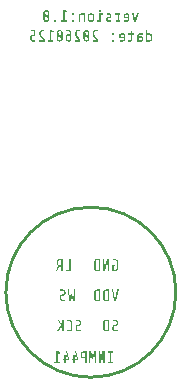
<source format=gbr>
%TF.GenerationSoftware,KiCad,Pcbnew,9.0.6*%
%TF.CreationDate,2026-01-25T13:50:41+09:00*%
%TF.ProjectId,xiaozhi-with-ken-interface,7869616f-7a68-4692-9d77-6974682d6b65,rev?*%
%TF.SameCoordinates,Original*%
%TF.FileFunction,Legend,Bot*%
%TF.FilePolarity,Positive*%
%FSLAX46Y46*%
G04 Gerber Fmt 4.6, Leading zero omitted, Abs format (unit mm)*
G04 Created by KiCad (PCBNEW 9.0.6) date 2026-01-25 13:50:41*
%MOMM*%
%LPD*%
G01*
G04 APERTURE LIST*
%ADD10C,0.150000*%
%ADD11C,0.203200*%
%ADD12C,0.254000*%
G04 APERTURE END LIST*
D10*
G36*
X87884016Y-42055000D02*
G01*
X87755178Y-42055000D01*
X87591414Y-42658401D01*
X87431801Y-42055000D01*
X87307176Y-42055000D01*
X87508798Y-42755000D01*
X87680990Y-42755000D01*
X87884016Y-42055000D01*
G37*
G36*
X86924305Y-42058989D02*
G01*
X86971716Y-42069747D01*
X87007860Y-42085917D01*
X87035028Y-42106840D01*
X87055924Y-42133976D01*
X87072075Y-42170087D01*
X87082822Y-42217468D01*
X87086808Y-42278970D01*
X87086808Y-42531029D01*
X87082497Y-42591235D01*
X87070775Y-42638202D01*
X87052921Y-42674595D01*
X87029411Y-42702487D01*
X86999609Y-42723819D01*
X86961039Y-42740210D01*
X86911618Y-42751024D01*
X86848793Y-42755000D01*
X86640210Y-42755000D01*
X86640210Y-42649975D01*
X86862776Y-42649975D01*
X86910231Y-42643437D01*
X86941239Y-42626222D01*
X86955667Y-42608726D01*
X86964602Y-42586765D01*
X86967800Y-42558995D01*
X86967800Y-42453970D01*
X86595391Y-42453970D01*
X86595391Y-42272009D01*
X86598006Y-42243982D01*
X86711590Y-42243982D01*
X86711590Y-42349007D01*
X86967800Y-42349007D01*
X86967800Y-42251004D01*
X86962215Y-42209942D01*
X86947528Y-42183105D01*
X86932265Y-42171137D01*
X86909614Y-42163104D01*
X86876820Y-42160024D01*
X86795609Y-42160024D01*
X86762061Y-42166097D01*
X86735403Y-42183838D01*
X86717665Y-42210444D01*
X86711590Y-42243982D01*
X86598006Y-42243982D01*
X86601845Y-42202829D01*
X86619379Y-42150198D01*
X86646499Y-42110321D01*
X86684055Y-42080636D01*
X86733053Y-42061845D01*
X86797014Y-42055000D01*
X86862776Y-42055000D01*
X86924305Y-42058989D01*
G37*
G36*
X86220967Y-42649975D02*
G01*
X86220967Y-42160024D01*
X86323183Y-42160024D01*
X86323183Y-42055000D01*
X86108982Y-42055000D01*
X86108982Y-42092796D01*
X86076452Y-42072004D01*
X86039521Y-42059377D01*
X85996996Y-42055000D01*
X85852771Y-42055000D01*
X85852771Y-42166985D01*
X86010979Y-42166985D01*
X86039478Y-42170466D01*
X86061352Y-42180112D01*
X86078207Y-42195683D01*
X86095682Y-42225349D01*
X86102021Y-42253813D01*
X86102021Y-42649975D01*
X85949369Y-42649975D01*
X85949369Y-42755000D01*
X86323183Y-42755000D01*
X86323183Y-42649975D01*
X86220967Y-42649975D01*
G37*
G36*
X85117172Y-42580000D02*
G01*
X85123785Y-42636265D01*
X85141987Y-42679034D01*
X85171089Y-42711585D01*
X85209446Y-42734455D01*
X85260294Y-42749448D01*
X85327221Y-42755000D01*
X85535805Y-42755000D01*
X85535805Y-42649975D01*
X85313177Y-42649975D01*
X85278428Y-42645525D01*
X85255780Y-42633916D01*
X85241334Y-42614730D01*
X85236180Y-42587021D01*
X85236180Y-42512772D01*
X85240380Y-42483908D01*
X85251452Y-42465327D01*
X85269254Y-42454035D01*
X85296386Y-42449818D01*
X85348226Y-42449818D01*
X85412254Y-42444297D01*
X85459693Y-42429524D01*
X85494467Y-42407137D01*
X85520060Y-42375357D01*
X85536612Y-42331638D01*
X85542766Y-42272009D01*
X85542766Y-42231404D01*
X85536032Y-42171306D01*
X85517899Y-42127694D01*
X85489582Y-42096338D01*
X85451827Y-42074708D01*
X85400853Y-42060358D01*
X85332778Y-42055000D01*
X85145199Y-42055000D01*
X85145199Y-42160024D01*
X85346822Y-42160024D01*
X85379318Y-42164350D01*
X85402814Y-42176144D01*
X85418353Y-42195409D01*
X85423819Y-42222978D01*
X85423819Y-42273414D01*
X85418746Y-42302287D01*
X85404952Y-42321041D01*
X85383977Y-42332394D01*
X85356591Y-42336428D01*
X85309025Y-42336428D01*
X85248055Y-42342160D01*
X85201551Y-42357753D01*
X85166204Y-42381919D01*
X85139953Y-42415353D01*
X85123270Y-42459291D01*
X85117172Y-42516985D01*
X85117172Y-42580000D01*
G37*
G36*
X84509008Y-41774975D02*
G01*
X84509008Y-41901004D01*
X84641998Y-41901004D01*
X84641998Y-41774975D01*
X84509008Y-41774975D01*
G37*
G36*
X84840812Y-42160024D02*
G01*
X84840812Y-42055000D01*
X84515969Y-42055000D01*
X84515969Y-42649975D01*
X84308790Y-42649975D01*
X84308790Y-42755000D01*
X84634976Y-42755000D01*
X84634976Y-42160024D01*
X84840812Y-42160024D01*
G37*
G36*
X83905330Y-42058993D02*
G01*
X83954439Y-42069898D01*
X83993119Y-42086511D01*
X84023331Y-42108244D01*
X84047227Y-42136504D01*
X84065282Y-42172981D01*
X84077078Y-42219629D01*
X84081400Y-42278970D01*
X84081400Y-42531029D01*
X84077079Y-42590368D01*
X84065284Y-42637028D01*
X84047229Y-42673527D01*
X84023331Y-42701816D01*
X83993124Y-42723522D01*
X83954445Y-42740116D01*
X83905335Y-42751010D01*
X83843385Y-42755000D01*
X83797223Y-42755000D01*
X83735270Y-42751009D01*
X83686173Y-42740114D01*
X83647516Y-42723520D01*
X83617338Y-42701816D01*
X83593412Y-42673523D01*
X83575338Y-42637022D01*
X83563533Y-42590363D01*
X83559208Y-42531029D01*
X83559208Y-42278970D01*
X83561247Y-42251004D01*
X83678216Y-42251004D01*
X83678216Y-42558995D01*
X83681420Y-42586761D01*
X83690374Y-42608721D01*
X83704838Y-42626222D01*
X83735787Y-42643437D01*
X83783179Y-42649975D01*
X83857368Y-42649975D01*
X83904823Y-42643437D01*
X83935831Y-42626222D01*
X83950259Y-42608726D01*
X83959194Y-42586765D01*
X83962392Y-42558995D01*
X83962392Y-42251004D01*
X83959192Y-42223235D01*
X83950256Y-42201297D01*
X83935831Y-42183838D01*
X83904817Y-42166577D01*
X83857368Y-42160024D01*
X83783179Y-42160024D01*
X83735793Y-42166577D01*
X83704838Y-42183838D01*
X83690377Y-42201302D01*
X83681422Y-42223240D01*
X83678216Y-42251004D01*
X83561247Y-42251004D01*
X83563534Y-42219634D01*
X83575341Y-42172988D01*
X83593414Y-42136509D01*
X83617338Y-42108244D01*
X83647521Y-42086513D01*
X83686179Y-42069900D01*
X83735275Y-42058994D01*
X83797223Y-42055000D01*
X83843385Y-42055000D01*
X83905330Y-42058993D01*
G37*
G36*
X83208598Y-42055000D02*
G01*
X83208598Y-42088583D01*
X83178026Y-42070435D01*
X83141215Y-42059052D01*
X83096612Y-42055000D01*
X83032193Y-42055000D01*
X82974863Y-42058931D01*
X82929003Y-42069727D01*
X82892467Y-42086313D01*
X82863544Y-42108244D01*
X82840900Y-42136309D01*
X82823677Y-42172696D01*
X82812374Y-42219404D01*
X82808223Y-42278970D01*
X82808223Y-42755000D01*
X82927169Y-42755000D01*
X82927169Y-42251004D01*
X82933616Y-42212547D01*
X82951715Y-42184509D01*
X82979748Y-42166457D01*
X83018210Y-42160024D01*
X83110595Y-42160024D01*
X83140418Y-42163111D01*
X83162685Y-42171478D01*
X83179228Y-42184509D01*
X83196228Y-42210449D01*
X83201576Y-42237021D01*
X83201576Y-42755000D01*
X83320583Y-42755000D01*
X83320583Y-42055000D01*
X83208598Y-42055000D01*
G37*
G36*
X82239198Y-42055000D02*
G01*
X82239198Y-42195012D01*
X82379210Y-42195012D01*
X82379210Y-42055000D01*
X82239198Y-42055000D01*
G37*
G36*
X82239198Y-42614987D02*
G01*
X82239198Y-42755000D01*
X82379210Y-42755000D01*
X82379210Y-42614987D01*
X82239198Y-42614987D01*
G37*
G36*
X81591771Y-42649975D02*
G01*
X81591771Y-41885617D01*
X81789180Y-41958401D01*
X81789180Y-41845012D01*
X81605815Y-41774975D01*
X81472825Y-41774975D01*
X81472825Y-42649975D01*
X81320173Y-42649975D01*
X81320173Y-42755000D01*
X81775198Y-42755000D01*
X81775198Y-42649975D01*
X81591771Y-42649975D01*
G37*
G36*
X80728800Y-42614987D02*
G01*
X80728800Y-42755000D01*
X80868812Y-42755000D01*
X80868812Y-42614987D01*
X80728800Y-42614987D01*
G37*
G36*
X80111903Y-41779147D02*
G01*
X80157772Y-41790922D01*
X80196698Y-41809622D01*
X80229812Y-41835181D01*
X80256229Y-41867077D01*
X80275800Y-41906237D01*
X80288321Y-41954201D01*
X80292827Y-42012990D01*
X80292827Y-42516985D01*
X80288314Y-42574932D01*
X80275724Y-42622577D01*
X80255952Y-42661825D01*
X80229140Y-42694122D01*
X80195620Y-42720076D01*
X80156617Y-42738975D01*
X80111079Y-42750819D01*
X80057621Y-42755000D01*
X80029594Y-42755000D01*
X79976135Y-42750819D01*
X79930607Y-42738973D01*
X79891626Y-42720074D01*
X79858135Y-42694122D01*
X79831295Y-42661821D01*
X79811505Y-42622571D01*
X79798904Y-42574928D01*
X79796463Y-42543607D01*
X79913395Y-42543607D01*
X79917036Y-42571168D01*
X79927813Y-42595860D01*
X79946307Y-42618529D01*
X79969881Y-42635832D01*
X79997275Y-42646320D01*
X80029594Y-42649975D01*
X80057621Y-42649975D01*
X80089939Y-42646320D01*
X80117334Y-42635832D01*
X80140908Y-42618529D01*
X80159402Y-42595860D01*
X80170179Y-42571168D01*
X80173819Y-42543607D01*
X79913395Y-42165580D01*
X79913395Y-42543607D01*
X79796463Y-42543607D01*
X79794388Y-42516985D01*
X79794388Y-42012990D01*
X79796424Y-41986428D01*
X79913395Y-41986428D01*
X80173819Y-42365799D01*
X80173819Y-41986428D01*
X80170179Y-41958867D01*
X80159402Y-41934176D01*
X80140908Y-41911507D01*
X80117329Y-41894168D01*
X80089935Y-41883661D01*
X80057621Y-41880000D01*
X80029594Y-41880000D01*
X79997280Y-41883661D01*
X79969885Y-41894168D01*
X79946307Y-41911507D01*
X79927813Y-41934176D01*
X79917036Y-41958867D01*
X79913395Y-41986428D01*
X79796424Y-41986428D01*
X79798894Y-41954201D01*
X79811415Y-41906237D01*
X79830986Y-41867077D01*
X79857403Y-41835181D01*
X79890516Y-41809622D01*
X79929443Y-41790922D01*
X79975311Y-41779147D01*
X80029594Y-41774975D01*
X80057621Y-41774975D01*
X80111903Y-41779147D01*
G37*
G36*
X88588413Y-43735000D02*
G01*
X88750774Y-43735000D01*
X88812719Y-43738993D01*
X88861828Y-43749898D01*
X88900508Y-43766511D01*
X88930720Y-43788244D01*
X88954616Y-43816504D01*
X88972671Y-43852981D01*
X88984467Y-43899629D01*
X88988789Y-43958970D01*
X88988789Y-44211029D01*
X88984478Y-44271235D01*
X88972756Y-44318202D01*
X88954902Y-44354595D01*
X88931392Y-44382487D01*
X88901590Y-44403819D01*
X88863020Y-44420210D01*
X88813598Y-44431024D01*
X88750774Y-44435000D01*
X88693377Y-44435000D01*
X88650544Y-44431210D01*
X88613585Y-44420373D01*
X88581392Y-44402821D01*
X88581392Y-44435000D01*
X88469406Y-44435000D01*
X88469406Y-44252978D01*
X88588413Y-44252978D01*
X88593774Y-44279546D01*
X88610823Y-44305490D01*
X88627329Y-44318518D01*
X88649572Y-44326886D01*
X88679394Y-44329975D01*
X88764818Y-44329975D01*
X88812220Y-44323439D01*
X88843220Y-44306222D01*
X88857648Y-44288726D01*
X88866583Y-44266765D01*
X88869781Y-44238995D01*
X88869781Y-43931004D01*
X88866581Y-43903235D01*
X88857645Y-43881297D01*
X88843220Y-43863838D01*
X88812214Y-43846575D01*
X88764818Y-43840024D01*
X88588413Y-43840024D01*
X88588413Y-44252978D01*
X88469406Y-44252978D01*
X88469406Y-43454975D01*
X88588413Y-43454975D01*
X88588413Y-43735000D01*
G37*
G36*
X88201411Y-43840024D02*
G01*
X87984401Y-43840024D01*
X87937005Y-43846575D01*
X87905999Y-43863838D01*
X87891537Y-43881302D01*
X87882583Y-43903240D01*
X87879376Y-43931004D01*
X87879376Y-44000980D01*
X88052972Y-44000980D01*
X88118349Y-44007646D01*
X88167869Y-44025803D01*
X88205289Y-44054174D01*
X88232818Y-44093575D01*
X88250750Y-44146755D01*
X88257403Y-44217990D01*
X88257403Y-44246017D01*
X88251003Y-44313355D01*
X88234230Y-44360301D01*
X88209104Y-44392318D01*
X88174191Y-44414403D01*
X88124292Y-44429319D01*
X88054376Y-44435000D01*
X87929813Y-44435000D01*
X87896377Y-44430247D01*
X87868363Y-44416457D01*
X87844389Y-44392990D01*
X87827383Y-44410537D01*
X87807325Y-44423825D01*
X87785714Y-44432415D01*
X87767391Y-44435000D01*
X87690394Y-44435000D01*
X87690394Y-44336997D01*
X87725164Y-44333875D01*
X87744310Y-44326495D01*
X87756255Y-44313559D01*
X87760369Y-44294987D01*
X87760369Y-44260000D01*
X87879376Y-44260000D01*
X87882414Y-44288982D01*
X87890612Y-44310375D01*
X87907223Y-44324178D01*
X87943796Y-44329975D01*
X88068420Y-44329975D01*
X88101413Y-44325285D01*
X88121604Y-44313183D01*
X88133706Y-44292992D01*
X88138396Y-44260000D01*
X88138396Y-44190024D01*
X88132318Y-44156433D01*
X88114582Y-44129818D01*
X88087925Y-44112078D01*
X88054376Y-44106004D01*
X87879376Y-44106004D01*
X87879376Y-44260000D01*
X87760369Y-44260000D01*
X87760369Y-43958970D01*
X87764694Y-43899634D01*
X87776502Y-43852988D01*
X87794575Y-43816509D01*
X87818499Y-43788244D01*
X87848681Y-43766513D01*
X87887340Y-43749900D01*
X87936436Y-43738994D01*
X87998384Y-43735000D01*
X88201411Y-43735000D01*
X88201411Y-43840024D01*
G37*
G36*
X87166187Y-44435000D02*
G01*
X87211607Y-44429463D01*
X87247245Y-44413987D01*
X87275425Y-44388838D01*
X87295813Y-44356098D01*
X87308636Y-44316117D01*
X87313222Y-44267021D01*
X87313222Y-43840024D01*
X87446212Y-43840024D01*
X87446212Y-43735000D01*
X87313222Y-43735000D01*
X87313222Y-43567021D01*
X87194214Y-43567021D01*
X87194214Y-43735000D01*
X86989783Y-43735000D01*
X86989783Y-43840024D01*
X87194214Y-43840024D01*
X87194214Y-44273982D01*
X87189895Y-44301531D01*
X87178827Y-44317397D01*
X87160699Y-44326416D01*
X87131200Y-44329975D01*
X86989783Y-44329975D01*
X86989783Y-44435000D01*
X87166187Y-44435000D01*
G37*
G36*
X86546706Y-43738989D02*
G01*
X86594117Y-43749747D01*
X86630261Y-43765917D01*
X86657430Y-43786840D01*
X86678326Y-43813976D01*
X86694476Y-43850087D01*
X86705223Y-43897468D01*
X86709209Y-43958970D01*
X86709209Y-44211029D01*
X86704898Y-44271235D01*
X86693176Y-44318202D01*
X86675323Y-44354595D01*
X86651812Y-44382487D01*
X86622010Y-44403819D01*
X86583440Y-44420210D01*
X86534019Y-44431024D01*
X86471194Y-44435000D01*
X86262611Y-44435000D01*
X86262611Y-44329975D01*
X86485177Y-44329975D01*
X86532633Y-44323437D01*
X86563640Y-44306222D01*
X86578068Y-44288726D01*
X86587003Y-44266765D01*
X86590202Y-44238995D01*
X86590202Y-44133970D01*
X86217792Y-44133970D01*
X86217792Y-43952009D01*
X86220407Y-43923982D01*
X86333991Y-43923982D01*
X86333991Y-44029007D01*
X86590202Y-44029007D01*
X86590202Y-43931004D01*
X86584616Y-43889942D01*
X86569930Y-43863105D01*
X86554666Y-43851137D01*
X86532015Y-43843104D01*
X86499221Y-43840024D01*
X86418010Y-43840024D01*
X86384462Y-43846097D01*
X86357805Y-43863838D01*
X86340066Y-43890444D01*
X86333991Y-43923982D01*
X86220407Y-43923982D01*
X86224247Y-43882829D01*
X86241780Y-43830198D01*
X86268900Y-43790321D01*
X86306456Y-43760636D01*
X86355455Y-43741845D01*
X86419415Y-43735000D01*
X86485177Y-43735000D01*
X86546706Y-43738989D01*
G37*
G36*
X85637594Y-43735000D02*
G01*
X85637594Y-43875012D01*
X85777606Y-43875012D01*
X85777606Y-43735000D01*
X85637594Y-43735000D01*
G37*
G36*
X85637594Y-44294987D02*
G01*
X85637594Y-44435000D01*
X85777606Y-44435000D01*
X85777606Y-44294987D01*
X85637594Y-44294987D01*
G37*
G36*
X84204193Y-43992615D02*
G01*
X84143316Y-43900901D01*
X84129696Y-43873080D01*
X84121639Y-43845642D01*
X84117655Y-43814463D01*
X84116022Y-43764370D01*
X84116022Y-43666428D01*
X84119610Y-43638844D01*
X84130174Y-43614404D01*
X84148201Y-43592240D01*
X84171310Y-43575391D01*
X84198897Y-43565049D01*
X84232220Y-43561404D01*
X84400198Y-43561404D01*
X84400198Y-43454975D01*
X84246203Y-43454975D01*
X84184978Y-43459252D01*
X84134633Y-43471147D01*
X84093248Y-43489684D01*
X84059296Y-43514509D01*
X84032000Y-43546191D01*
X84011799Y-43585338D01*
X83998867Y-43633559D01*
X83994206Y-43692990D01*
X83994206Y-43751791D01*
X83996963Y-43818510D01*
X84004036Y-43865242D01*
X84016177Y-43906893D01*
X84032002Y-43942240D01*
X84092208Y-44036029D01*
X84299387Y-44328571D01*
X83966179Y-44328571D01*
X83966179Y-44435000D01*
X84428225Y-44435000D01*
X84428225Y-44311779D01*
X84204193Y-43992615D01*
G37*
G36*
X83510299Y-43459147D02*
G01*
X83556168Y-43470922D01*
X83595094Y-43489622D01*
X83628208Y-43515181D01*
X83654625Y-43547077D01*
X83674196Y-43586237D01*
X83686717Y-43634201D01*
X83691222Y-43692990D01*
X83691222Y-44196985D01*
X83686709Y-44254932D01*
X83674119Y-44302577D01*
X83654348Y-44341825D01*
X83627536Y-44374122D01*
X83594016Y-44400076D01*
X83555013Y-44418975D01*
X83509474Y-44430819D01*
X83456016Y-44435000D01*
X83427990Y-44435000D01*
X83374530Y-44430819D01*
X83329003Y-44418973D01*
X83290022Y-44400074D01*
X83256531Y-44374122D01*
X83229691Y-44341821D01*
X83209901Y-44302571D01*
X83197300Y-44254928D01*
X83194859Y-44223607D01*
X83311791Y-44223607D01*
X83315432Y-44251168D01*
X83326208Y-44275860D01*
X83344703Y-44298529D01*
X83368277Y-44315832D01*
X83395671Y-44326320D01*
X83427990Y-44329975D01*
X83456016Y-44329975D01*
X83488335Y-44326320D01*
X83515729Y-44315832D01*
X83539303Y-44298529D01*
X83557798Y-44275860D01*
X83568574Y-44251168D01*
X83572215Y-44223607D01*
X83311791Y-43845580D01*
X83311791Y-44223607D01*
X83194859Y-44223607D01*
X83192784Y-44196985D01*
X83192784Y-43692990D01*
X83194819Y-43666428D01*
X83311791Y-43666428D01*
X83572215Y-44045799D01*
X83572215Y-43666428D01*
X83568574Y-43638867D01*
X83557798Y-43614176D01*
X83539303Y-43591507D01*
X83515725Y-43574168D01*
X83488331Y-43563661D01*
X83456016Y-43560000D01*
X83427990Y-43560000D01*
X83395675Y-43563661D01*
X83368281Y-43574168D01*
X83344703Y-43591507D01*
X83326208Y-43614176D01*
X83315432Y-43638867D01*
X83311791Y-43666428D01*
X83194819Y-43666428D01*
X83197289Y-43634201D01*
X83209810Y-43586237D01*
X83229381Y-43547077D01*
X83255798Y-43515181D01*
X83288912Y-43489622D01*
X83327838Y-43470922D01*
X83373707Y-43459147D01*
X83427990Y-43454975D01*
X83456016Y-43454975D01*
X83510299Y-43459147D01*
G37*
G36*
X82693796Y-43992615D02*
G01*
X82632918Y-43900901D01*
X82619298Y-43873080D01*
X82611241Y-43845642D01*
X82607258Y-43814463D01*
X82605624Y-43764370D01*
X82605624Y-43666428D01*
X82609212Y-43638844D01*
X82619777Y-43614404D01*
X82637803Y-43592240D01*
X82660912Y-43575391D01*
X82688499Y-43565049D01*
X82721822Y-43561404D01*
X82889800Y-43561404D01*
X82889800Y-43454975D01*
X82735805Y-43454975D01*
X82674580Y-43459252D01*
X82624235Y-43471147D01*
X82582851Y-43489684D01*
X82548898Y-43514509D01*
X82521602Y-43546191D01*
X82501401Y-43585338D01*
X82488469Y-43633559D01*
X82483808Y-43692990D01*
X82483808Y-43751791D01*
X82486565Y-43818510D01*
X82493639Y-43865242D01*
X82505779Y-43906893D01*
X82521604Y-43942240D01*
X82581810Y-44036029D01*
X82788989Y-44328571D01*
X82455781Y-44328571D01*
X82455781Y-44435000D01*
X82917827Y-44435000D01*
X82917827Y-44311779D01*
X82693796Y-43992615D01*
G37*
G36*
X81985884Y-43459274D02*
G01*
X82035955Y-43471199D01*
X82076834Y-43489734D01*
X82110116Y-43514509D01*
X82136761Y-43546096D01*
X82156538Y-43585203D01*
X82169225Y-43633455D01*
X82173803Y-43692990D01*
X82173803Y-44196985D01*
X82169361Y-44254191D01*
X82156935Y-44301532D01*
X82137369Y-44340809D01*
X82110788Y-44373389D01*
X82065577Y-44407408D01*
X82013524Y-44427894D01*
X81952580Y-44435000D01*
X81903609Y-44435000D01*
X81842665Y-44427894D01*
X81790611Y-44407408D01*
X81745401Y-44373389D01*
X81718819Y-44340809D01*
X81699253Y-44301532D01*
X81686828Y-44254191D01*
X81682386Y-44196985D01*
X81682386Y-44042990D01*
X81684299Y-44016428D01*
X81801393Y-44016428D01*
X81801393Y-44223607D01*
X81804757Y-44252304D01*
X81814517Y-44277202D01*
X81830825Y-44299200D01*
X81852180Y-44315976D01*
X81878316Y-44326307D01*
X81910631Y-44329975D01*
X81945619Y-44329975D01*
X81977894Y-44326310D01*
X82004034Y-44315981D01*
X82025425Y-44299200D01*
X82041696Y-44277207D01*
X82051438Y-44252308D01*
X82054795Y-44223607D01*
X82054795Y-43923982D01*
X81903609Y-43923982D01*
X81870856Y-43927084D01*
X81846026Y-43935502D01*
X81827283Y-43948529D01*
X81808205Y-43976871D01*
X81801393Y-44016428D01*
X81684299Y-44016428D01*
X81686667Y-43983559D01*
X81698345Y-43936878D01*
X81716197Y-43900415D01*
X81739783Y-43872203D01*
X81769655Y-43850474D01*
X81807884Y-43833885D01*
X81856402Y-43823003D01*
X81917592Y-43819019D01*
X82054795Y-43819019D01*
X82054795Y-43666428D01*
X82051207Y-43638844D01*
X82040643Y-43614404D01*
X82022616Y-43592240D01*
X81999471Y-43575386D01*
X81971880Y-43565046D01*
X81938597Y-43561404D01*
X81749614Y-43561404D01*
X81749614Y-43454975D01*
X81924614Y-43454975D01*
X81985884Y-43459274D01*
G37*
G36*
X81244702Y-43459147D02*
G01*
X81290571Y-43470922D01*
X81329497Y-43489622D01*
X81362611Y-43515181D01*
X81389028Y-43547077D01*
X81408599Y-43586237D01*
X81421120Y-43634201D01*
X81425626Y-43692990D01*
X81425626Y-44196985D01*
X81421113Y-44254932D01*
X81408523Y-44302577D01*
X81388751Y-44341825D01*
X81361939Y-44374122D01*
X81328419Y-44400076D01*
X81289416Y-44418975D01*
X81243878Y-44430819D01*
X81190420Y-44435000D01*
X81162393Y-44435000D01*
X81108934Y-44430819D01*
X81063406Y-44418973D01*
X81024425Y-44400074D01*
X80990934Y-44374122D01*
X80964094Y-44341821D01*
X80944304Y-44302571D01*
X80931703Y-44254928D01*
X80929262Y-44223607D01*
X81046194Y-44223607D01*
X81049835Y-44251168D01*
X81060612Y-44275860D01*
X81079106Y-44298529D01*
X81102680Y-44315832D01*
X81130074Y-44326320D01*
X81162393Y-44329975D01*
X81190420Y-44329975D01*
X81222738Y-44326320D01*
X81250133Y-44315832D01*
X81273707Y-44298529D01*
X81292201Y-44275860D01*
X81302978Y-44251168D01*
X81306618Y-44223607D01*
X81046194Y-43845580D01*
X81046194Y-44223607D01*
X80929262Y-44223607D01*
X80927187Y-44196985D01*
X80927187Y-43692990D01*
X80929223Y-43666428D01*
X81046194Y-43666428D01*
X81306618Y-44045799D01*
X81306618Y-43666428D01*
X81302978Y-43638867D01*
X81292201Y-43614176D01*
X81273707Y-43591507D01*
X81250128Y-43574168D01*
X81222734Y-43563661D01*
X81190420Y-43560000D01*
X81162393Y-43560000D01*
X81130079Y-43563661D01*
X81102684Y-43574168D01*
X81079106Y-43591507D01*
X81060612Y-43614176D01*
X81049835Y-43638867D01*
X81046194Y-43666428D01*
X80929223Y-43666428D01*
X80931693Y-43634201D01*
X80944214Y-43586237D01*
X80963785Y-43547077D01*
X80990202Y-43515181D01*
X81023315Y-43489622D01*
X81062242Y-43470922D01*
X81108110Y-43459147D01*
X81162393Y-43454975D01*
X81190420Y-43454975D01*
X81244702Y-43459147D01*
G37*
G36*
X80458973Y-44329975D02*
G01*
X80458973Y-43565617D01*
X80656383Y-43638401D01*
X80656383Y-43525012D01*
X80473017Y-43454975D01*
X80340027Y-43454975D01*
X80340027Y-44329975D01*
X80187375Y-44329975D01*
X80187375Y-44435000D01*
X80642400Y-44435000D01*
X80642400Y-44329975D01*
X80458973Y-44329975D01*
G37*
G36*
X79673000Y-43992615D02*
G01*
X79612122Y-43900901D01*
X79598503Y-43873080D01*
X79590446Y-43845642D01*
X79586462Y-43814463D01*
X79584828Y-43764370D01*
X79584828Y-43666428D01*
X79588416Y-43638844D01*
X79598981Y-43614404D01*
X79617007Y-43592240D01*
X79640116Y-43575391D01*
X79667704Y-43565049D01*
X79701027Y-43561404D01*
X79869005Y-43561404D01*
X79869005Y-43454975D01*
X79715010Y-43454975D01*
X79653785Y-43459252D01*
X79603439Y-43471147D01*
X79562055Y-43489684D01*
X79528103Y-43514509D01*
X79500807Y-43546191D01*
X79480606Y-43585338D01*
X79467674Y-43633559D01*
X79463012Y-43692990D01*
X79463012Y-43751791D01*
X79465770Y-43818510D01*
X79472843Y-43865242D01*
X79484984Y-43906893D01*
X79500809Y-43942240D01*
X79561015Y-44036029D01*
X79768194Y-44328571D01*
X79434985Y-44328571D01*
X79434985Y-44435000D01*
X79897032Y-44435000D01*
X79897032Y-44311779D01*
X79673000Y-43992615D01*
G37*
G36*
X78700791Y-44213777D02*
G01*
X78704977Y-44272557D01*
X78716388Y-44318690D01*
X78733809Y-44354680D01*
X78756784Y-44382487D01*
X78785903Y-44403672D01*
X78824314Y-44420068D01*
X78874334Y-44430967D01*
X78938806Y-44435000D01*
X79122232Y-44435000D01*
X79122232Y-44329975D01*
X78926228Y-44329975D01*
X78891542Y-44326804D01*
X78866169Y-44318341D01*
X78847826Y-44305490D01*
X78834582Y-44287490D01*
X78825875Y-44262389D01*
X78822607Y-44227821D01*
X78822607Y-44050012D01*
X78825943Y-44020373D01*
X78835350Y-43996283D01*
X78850634Y-43976495D01*
X78870779Y-43961616D01*
X78895114Y-43952447D01*
X78924823Y-43949200D01*
X79108188Y-43949200D01*
X79108188Y-43454975D01*
X78721796Y-43454975D01*
X78721796Y-43560000D01*
X78989181Y-43560000D01*
X78989181Y-43844176D01*
X78931784Y-43844176D01*
X78861792Y-43850741D01*
X78806374Y-43868884D01*
X78762402Y-43897421D01*
X78736644Y-43925955D01*
X78717535Y-43961812D01*
X78705245Y-44006625D01*
X78700791Y-44062590D01*
X78700791Y-44213777D01*
G37*
D11*
G36*
X82199381Y-66005172D02*
G01*
X82287614Y-66402800D01*
X82455592Y-66402800D01*
X82503220Y-65422775D01*
X82399600Y-65422775D01*
X82357590Y-66297775D01*
X82241391Y-65835790D01*
X82154624Y-65835790D01*
X82035617Y-66297775D01*
X81992202Y-65422775D01*
X81895604Y-65422775D01*
X81943171Y-66402800D01*
X82119575Y-66402800D01*
X82199381Y-66005172D01*
G37*
G36*
X81204825Y-66164785D02*
G01*
X81209485Y-66224214D01*
X81222416Y-66272447D01*
X81242617Y-66311616D01*
X81269915Y-66343326D01*
X81303863Y-66368123D01*
X81345246Y-66386642D01*
X81395593Y-66398526D01*
X81456822Y-66402800D01*
X81655575Y-66402800D01*
X81655575Y-66296371D01*
X81442778Y-66296371D01*
X81409491Y-66292733D01*
X81381923Y-66282412D01*
X81358820Y-66265596D01*
X81340756Y-66243427D01*
X81330173Y-66218987D01*
X81326580Y-66191407D01*
X81326580Y-66045778D01*
X81332320Y-66006904D01*
X81348317Y-65977939D01*
X81364477Y-65963951D01*
X81385644Y-65955177D01*
X81413408Y-65951988D01*
X81455418Y-65951988D01*
X81506656Y-65947818D01*
X81550162Y-65936005D01*
X81587326Y-65917126D01*
X81619183Y-65891111D01*
X81644386Y-65859045D01*
X81663104Y-65819891D01*
X81675083Y-65772169D01*
X81679388Y-65713974D01*
X81679388Y-65660790D01*
X81674727Y-65601359D01*
X81661795Y-65553138D01*
X81641594Y-65513991D01*
X81614298Y-65482309D01*
X81580346Y-65457484D01*
X81538961Y-65438947D01*
X81488616Y-65427052D01*
X81427391Y-65422775D01*
X81227173Y-65422775D01*
X81227173Y-65529204D01*
X81441374Y-65529204D01*
X81474697Y-65532849D01*
X81502284Y-65543191D01*
X81525393Y-65560040D01*
X81543420Y-65582204D01*
X81553984Y-65606644D01*
X81557572Y-65634228D01*
X81557572Y-65740596D01*
X81550436Y-65780703D01*
X81529606Y-65812709D01*
X81509352Y-65828487D01*
X81485449Y-65838058D01*
X81456822Y-65841407D01*
X81414812Y-65841407D01*
X81350933Y-65848368D01*
X81300386Y-65867750D01*
X81260146Y-65898804D01*
X81237300Y-65928860D01*
X81220071Y-65966602D01*
X81208888Y-66013734D01*
X81204825Y-66072400D01*
X81204825Y-66164785D01*
G37*
G36*
X85638023Y-68725085D02*
G01*
X85642684Y-68784514D01*
X85655615Y-68832747D01*
X85675816Y-68871916D01*
X85703114Y-68903626D01*
X85737062Y-68928423D01*
X85778445Y-68946942D01*
X85828792Y-68958826D01*
X85890021Y-68963100D01*
X86088774Y-68963100D01*
X86088774Y-68856671D01*
X85875977Y-68856671D01*
X85842690Y-68853033D01*
X85815122Y-68842712D01*
X85792019Y-68825896D01*
X85773955Y-68803727D01*
X85763372Y-68779287D01*
X85759778Y-68751707D01*
X85759778Y-68606078D01*
X85765519Y-68567204D01*
X85781516Y-68538239D01*
X85797675Y-68524251D01*
X85818843Y-68515477D01*
X85846607Y-68512288D01*
X85888617Y-68512288D01*
X85939855Y-68508118D01*
X85983361Y-68496305D01*
X86020525Y-68477426D01*
X86052381Y-68451411D01*
X86077585Y-68419345D01*
X86096303Y-68380191D01*
X86108282Y-68332469D01*
X86112587Y-68274274D01*
X86112587Y-68221090D01*
X86107926Y-68161659D01*
X86094994Y-68113438D01*
X86074793Y-68074291D01*
X86047497Y-68042609D01*
X86013544Y-68017784D01*
X85972160Y-67999247D01*
X85921815Y-67987352D01*
X85860590Y-67983075D01*
X85660372Y-67983075D01*
X85660372Y-68089504D01*
X85874573Y-68089504D01*
X85907896Y-68093149D01*
X85935483Y-68103491D01*
X85958592Y-68120340D01*
X85976618Y-68142504D01*
X85987183Y-68166944D01*
X85990771Y-68194528D01*
X85990771Y-68300896D01*
X85983635Y-68341003D01*
X85962805Y-68373009D01*
X85942551Y-68388787D01*
X85918648Y-68398358D01*
X85890021Y-68401707D01*
X85848011Y-68401707D01*
X85784131Y-68408668D01*
X85733584Y-68428050D01*
X85693344Y-68459104D01*
X85670499Y-68489160D01*
X85653270Y-68526902D01*
X85642087Y-68574034D01*
X85638023Y-68632700D01*
X85638023Y-68725085D01*
G37*
G36*
X85382606Y-68963100D02*
G01*
X85094217Y-68963100D01*
X85028735Y-68959179D01*
X84978377Y-68948637D01*
X84940133Y-68932891D01*
X84911523Y-68912724D01*
X84889085Y-68885952D01*
X84871864Y-68850203D01*
X84860438Y-68803160D01*
X84856202Y-68741877D01*
X84856202Y-68201489D01*
X84857223Y-68188911D01*
X84978018Y-68188911D01*
X84978018Y-68755921D01*
X84981285Y-68790489D01*
X84989993Y-68815590D01*
X85003236Y-68833590D01*
X85021579Y-68846443D01*
X85046934Y-68854905D01*
X85081577Y-68858075D01*
X85260790Y-68858075D01*
X85260790Y-68088100D01*
X85080173Y-68088100D01*
X85050504Y-68091344D01*
X85026188Y-68100512D01*
X85006045Y-68115394D01*
X84990761Y-68135182D01*
X84981353Y-68159272D01*
X84978018Y-68188911D01*
X84857223Y-68188911D01*
X84860921Y-68143360D01*
X84873844Y-68097697D01*
X84893803Y-68061931D01*
X84920621Y-68034183D01*
X84966407Y-68007426D01*
X85028282Y-67989695D01*
X85111008Y-67983075D01*
X85382606Y-67983075D01*
X85382606Y-68963100D01*
G37*
G36*
X82001027Y-62862975D02*
G01*
X82001027Y-63736571D01*
X81688824Y-63736571D01*
X81688824Y-63843000D01*
X82122782Y-63843000D01*
X82122782Y-62862975D01*
X82001027Y-62862975D01*
G37*
G36*
X81430598Y-63843000D02*
G01*
X81308782Y-63843000D01*
X81308782Y-63437007D01*
X81171579Y-63437007D01*
X80991022Y-63843000D01*
X80857971Y-63843000D01*
X81052571Y-63413193D01*
X81007480Y-63392913D01*
X80973358Y-63364384D01*
X80948443Y-63326902D01*
X80932446Y-63278413D01*
X80926603Y-63215784D01*
X80926603Y-63081389D01*
X80927587Y-63068811D01*
X81048419Y-63068811D01*
X81048419Y-63229828D01*
X81051606Y-63264466D01*
X81060078Y-63289562D01*
X81072905Y-63307497D01*
X81090840Y-63320323D01*
X81115936Y-63328796D01*
X81150574Y-63331982D01*
X81308782Y-63331982D01*
X81308782Y-62968000D01*
X81150574Y-62968000D01*
X81115872Y-62971111D01*
X81090781Y-62979368D01*
X81072905Y-62991813D01*
X81060106Y-63009343D01*
X81051623Y-63034179D01*
X81048419Y-63068811D01*
X80927587Y-63068811D01*
X80931049Y-63024575D01*
X80943270Y-62979438D01*
X80962178Y-62943655D01*
X80987542Y-62915487D01*
X81031192Y-62887829D01*
X81089677Y-62869703D01*
X81167427Y-62862975D01*
X81430598Y-62862975D01*
X81430598Y-63843000D01*
G37*
G36*
X85868216Y-63843000D02*
G01*
X85929410Y-63838728D01*
X85979749Y-63826847D01*
X86021145Y-63808328D01*
X86055123Y-63783526D01*
X86082421Y-63751816D01*
X86102622Y-63712647D01*
X86115553Y-63664414D01*
X86120214Y-63604985D01*
X86120214Y-63100990D01*
X86115552Y-63041559D01*
X86102620Y-62993338D01*
X86082419Y-62954191D01*
X86055123Y-62922509D01*
X86021141Y-62897680D01*
X85979743Y-62879143D01*
X85929405Y-62867250D01*
X85868216Y-62862975D01*
X85670807Y-62862975D01*
X85670807Y-62969404D01*
X85882199Y-62969404D01*
X85915483Y-62973046D01*
X85943073Y-62983386D01*
X85966219Y-63000240D01*
X85984245Y-63022404D01*
X85994810Y-63046844D01*
X85998398Y-63074428D01*
X85998398Y-63631607D01*
X85994810Y-63659191D01*
X85984245Y-63683631D01*
X85966219Y-63705796D01*
X85943078Y-63722614D01*
X85915487Y-63732935D01*
X85882199Y-63736571D01*
X85744996Y-63736571D01*
X85744996Y-63432794D01*
X85866812Y-63432794D01*
X85866812Y-63327769D01*
X85628797Y-63327769D01*
X85628797Y-63843000D01*
X85868216Y-63843000D01*
G37*
G36*
X85272630Y-63843000D02*
G01*
X85386020Y-63843000D01*
X85386020Y-62862975D01*
X85187206Y-62862975D01*
X84965983Y-63739379D01*
X84965983Y-62862975D01*
X84852593Y-62862975D01*
X84852593Y-63843000D01*
X85052811Y-63843000D01*
X85272630Y-62966595D01*
X85272630Y-63843000D01*
G37*
G36*
X84626608Y-63843000D02*
G01*
X84338218Y-63843000D01*
X84272737Y-63839079D01*
X84222378Y-63828537D01*
X84184134Y-63812791D01*
X84155524Y-63792624D01*
X84133087Y-63765852D01*
X84115865Y-63730103D01*
X84104439Y-63683060D01*
X84100203Y-63621777D01*
X84100203Y-63081389D01*
X84101224Y-63068811D01*
X84222019Y-63068811D01*
X84222019Y-63635821D01*
X84225287Y-63670389D01*
X84233994Y-63695490D01*
X84247237Y-63713490D01*
X84265580Y-63726343D01*
X84290935Y-63734805D01*
X84325578Y-63737975D01*
X84504791Y-63737975D01*
X84504791Y-62968000D01*
X84324174Y-62968000D01*
X84294505Y-62971244D01*
X84270189Y-62980412D01*
X84250046Y-62995294D01*
X84234762Y-63015082D01*
X84225355Y-63039172D01*
X84222019Y-63068811D01*
X84101224Y-63068811D01*
X84104922Y-63023260D01*
X84117845Y-62977597D01*
X84137804Y-62941831D01*
X84164622Y-62914083D01*
X84210408Y-62887326D01*
X84272283Y-62869595D01*
X84355010Y-62862975D01*
X84626608Y-62862975D01*
X84626608Y-63843000D01*
G37*
G36*
X85551583Y-71548684D02*
G01*
X85551583Y-70773091D01*
X85677612Y-70773091D01*
X85677612Y-70670875D01*
X85303799Y-70670875D01*
X85303799Y-70773091D01*
X85429828Y-70773091D01*
X85429828Y-71548684D01*
X85303799Y-71548684D01*
X85303799Y-71650900D01*
X85677612Y-71650900D01*
X85677612Y-71548684D01*
X85551583Y-71548684D01*
G37*
G36*
X84888830Y-71650900D02*
G01*
X85002220Y-71650900D01*
X85002220Y-70670875D01*
X84803406Y-70670875D01*
X84582183Y-71547279D01*
X84582183Y-70670875D01*
X84468793Y-70670875D01*
X84468793Y-71650900D01*
X84669011Y-71650900D01*
X84888830Y-70774495D01*
X84888830Y-71650900D01*
G37*
G36*
X83923582Y-71321904D02*
G01*
X84039781Y-71321904D01*
X84176984Y-70771686D01*
X84176984Y-71650900D01*
X84283413Y-71650900D01*
X84283413Y-70670875D01*
X84088812Y-70670875D01*
X83976827Y-71172122D01*
X83863376Y-70670875D01*
X83674393Y-70670875D01*
X83674393Y-71650900D01*
X83783631Y-71650900D01*
X83783631Y-70771686D01*
X83923582Y-71321904D01*
G37*
G36*
X83476374Y-71650900D02*
G01*
X83354618Y-71650900D01*
X83354618Y-71270125D01*
X83208989Y-71270125D01*
X83149535Y-71266175D01*
X83101367Y-71255278D01*
X83062461Y-71238468D01*
X83031180Y-71216208D01*
X83006108Y-71187435D01*
X82987416Y-71151172D01*
X82975353Y-71105736D01*
X82970974Y-71048902D01*
X82970974Y-70889289D01*
X82971958Y-70876711D01*
X83092790Y-70876711D01*
X83092790Y-71062885D01*
X83095985Y-71097559D01*
X83104478Y-71122673D01*
X83117337Y-71140615D01*
X83135272Y-71153441D01*
X83160368Y-71161914D01*
X83195006Y-71165100D01*
X83354618Y-71165100D01*
X83354618Y-70775900D01*
X83195006Y-70775900D01*
X83160304Y-70779011D01*
X83135214Y-70787268D01*
X83117337Y-70799713D01*
X83104503Y-70817249D01*
X83096001Y-70842084D01*
X83092790Y-70876711D01*
X82971958Y-70876711D01*
X82975420Y-70832475D01*
X82987641Y-70787338D01*
X83006549Y-70751555D01*
X83031913Y-70723387D01*
X83075563Y-70695729D01*
X83134048Y-70677603D01*
X83211797Y-70670875D01*
X83476374Y-70670875D01*
X83476374Y-71650900D01*
G37*
G36*
X82436998Y-71650900D02*
G01*
X82436998Y-71432485D01*
X82725388Y-71432485D01*
X82725388Y-71312074D01*
X82575606Y-70670875D01*
X82462216Y-70670875D01*
X82604976Y-71330270D01*
X82436998Y-71330270D01*
X82436998Y-71011105D01*
X82317991Y-71011105D01*
X82317991Y-71330270D01*
X82213027Y-71330270D01*
X82213027Y-71432485D01*
X82317991Y-71432485D01*
X82317991Y-71650900D01*
X82436998Y-71650900D01*
G37*
G36*
X81681799Y-71650900D02*
G01*
X81681799Y-71432485D01*
X81970189Y-71432485D01*
X81970189Y-71312074D01*
X81820407Y-70670875D01*
X81707017Y-70670875D01*
X81849777Y-71330270D01*
X81681799Y-71330270D01*
X81681799Y-71011105D01*
X81562792Y-71011105D01*
X81562792Y-71330270D01*
X81457829Y-71330270D01*
X81457829Y-71432485D01*
X81562792Y-71432485D01*
X81562792Y-71650900D01*
X81681799Y-71650900D01*
G37*
G36*
X80996576Y-71545875D02*
G01*
X80996576Y-70781517D01*
X81193985Y-70854301D01*
X81193985Y-70740912D01*
X81010620Y-70670875D01*
X80877630Y-70670875D01*
X80877630Y-71545875D01*
X80724978Y-71545875D01*
X80724978Y-71650900D01*
X81180002Y-71650900D01*
X81180002Y-71545875D01*
X80996576Y-71545875D01*
G37*
G36*
X82526723Y-68725085D02*
G01*
X82531384Y-68784514D01*
X82544315Y-68832747D01*
X82564516Y-68871916D01*
X82591814Y-68903626D01*
X82625762Y-68928423D01*
X82667145Y-68946942D01*
X82717492Y-68958826D01*
X82778721Y-68963100D01*
X82977474Y-68963100D01*
X82977474Y-68856671D01*
X82764677Y-68856671D01*
X82731390Y-68853033D01*
X82703822Y-68842712D01*
X82680719Y-68825896D01*
X82662655Y-68803727D01*
X82652072Y-68779287D01*
X82648478Y-68751707D01*
X82648478Y-68606078D01*
X82654219Y-68567204D01*
X82670216Y-68538239D01*
X82686375Y-68524251D01*
X82707543Y-68515477D01*
X82735307Y-68512288D01*
X82777317Y-68512288D01*
X82828555Y-68508118D01*
X82872061Y-68496305D01*
X82909225Y-68477426D01*
X82941081Y-68451411D01*
X82966285Y-68419345D01*
X82985003Y-68380191D01*
X82996982Y-68332469D01*
X83001287Y-68274274D01*
X83001287Y-68221090D01*
X82996626Y-68161659D01*
X82983694Y-68113438D01*
X82963493Y-68074291D01*
X82936197Y-68042609D01*
X82902244Y-68017784D01*
X82860860Y-67999247D01*
X82810515Y-67987352D01*
X82749290Y-67983075D01*
X82549072Y-67983075D01*
X82549072Y-68089504D01*
X82763273Y-68089504D01*
X82796596Y-68093149D01*
X82824183Y-68103491D01*
X82847292Y-68120340D01*
X82865318Y-68142504D01*
X82875883Y-68166944D01*
X82879471Y-68194528D01*
X82879471Y-68300896D01*
X82872335Y-68341003D01*
X82851505Y-68373009D01*
X82831251Y-68388787D01*
X82807348Y-68398358D01*
X82778721Y-68401707D01*
X82736711Y-68401707D01*
X82672831Y-68408668D01*
X82622284Y-68428050D01*
X82582044Y-68459104D01*
X82559199Y-68489160D01*
X82541970Y-68526902D01*
X82530787Y-68574034D01*
X82526723Y-68632700D01*
X82526723Y-68725085D01*
G37*
G36*
X81981512Y-68963100D02*
G01*
X82042742Y-68958826D01*
X82093088Y-68946942D01*
X82134471Y-68928423D01*
X82168419Y-68903626D01*
X82195717Y-68871916D01*
X82215919Y-68832747D01*
X82228850Y-68784514D01*
X82233510Y-68725085D01*
X82233510Y-68221090D01*
X82228849Y-68161659D01*
X82215916Y-68113438D01*
X82195715Y-68074291D01*
X82168419Y-68042609D01*
X82134467Y-68017784D01*
X82093083Y-67999247D01*
X82042737Y-67987352D01*
X81981512Y-67983075D01*
X81782699Y-67983075D01*
X81782699Y-68089504D01*
X81995495Y-68089504D01*
X82028779Y-68093146D01*
X82056370Y-68103486D01*
X82079515Y-68120340D01*
X82097541Y-68142504D01*
X82108106Y-68166944D01*
X82111694Y-68194528D01*
X82111694Y-68751707D01*
X82108106Y-68779291D01*
X82097541Y-68803731D01*
X82079515Y-68825896D01*
X82056374Y-68842714D01*
X82028783Y-68853035D01*
X81995495Y-68856671D01*
X81782699Y-68856671D01*
X81782699Y-68963100D01*
X81981512Y-68963100D01*
G37*
G36*
X81395696Y-68601925D02*
G01*
X81395696Y-68963100D01*
X81517512Y-68963100D01*
X81517512Y-67983075D01*
X81395696Y-67983075D01*
X81395696Y-68405921D01*
X81129715Y-67983075D01*
X80996725Y-67983075D01*
X81266919Y-68415690D01*
X80979872Y-68963100D01*
X81119885Y-68963100D01*
X81342512Y-68522119D01*
X81395696Y-68601925D01*
G37*
G36*
X86174898Y-65422975D02*
G01*
X86051677Y-65422975D01*
X85883699Y-66279779D01*
X85703081Y-65422975D01*
X85582670Y-65422975D01*
X85802488Y-66403000D01*
X85969123Y-66403000D01*
X86174898Y-65422975D01*
G37*
G36*
X85383306Y-66403000D02*
G01*
X85094917Y-66403000D01*
X85029435Y-66399079D01*
X84979077Y-66388537D01*
X84940833Y-66372791D01*
X84912223Y-66352624D01*
X84889785Y-66325852D01*
X84872564Y-66290103D01*
X84861138Y-66243060D01*
X84856902Y-66181777D01*
X84856902Y-65641389D01*
X84857923Y-65628811D01*
X84978718Y-65628811D01*
X84978718Y-66195821D01*
X84981985Y-66230389D01*
X84990693Y-66255490D01*
X85003936Y-66273490D01*
X85022279Y-66286343D01*
X85047634Y-66294805D01*
X85082277Y-66297975D01*
X85261490Y-66297975D01*
X85261490Y-65528000D01*
X85080873Y-65528000D01*
X85051204Y-65531244D01*
X85026888Y-65540412D01*
X85006745Y-65555294D01*
X84991461Y-65575082D01*
X84982053Y-65599172D01*
X84978718Y-65628811D01*
X84857923Y-65628811D01*
X84861621Y-65583260D01*
X84874544Y-65537597D01*
X84894503Y-65501831D01*
X84921321Y-65474083D01*
X84967107Y-65447326D01*
X85028982Y-65429595D01*
X85111708Y-65422975D01*
X85383306Y-65422975D01*
X85383306Y-66403000D01*
G37*
G36*
X84628108Y-66403000D02*
G01*
X84339718Y-66403000D01*
X84274237Y-66399079D01*
X84223878Y-66388537D01*
X84185634Y-66372791D01*
X84157024Y-66352624D01*
X84134587Y-66325852D01*
X84117365Y-66290103D01*
X84105939Y-66243060D01*
X84101703Y-66181777D01*
X84101703Y-65641389D01*
X84102724Y-65628811D01*
X84223519Y-65628811D01*
X84223519Y-66195821D01*
X84226787Y-66230389D01*
X84235494Y-66255490D01*
X84248737Y-66273490D01*
X84267080Y-66286343D01*
X84292435Y-66294805D01*
X84327078Y-66297975D01*
X84506291Y-66297975D01*
X84506291Y-65528000D01*
X84325674Y-65528000D01*
X84296005Y-65531244D01*
X84271689Y-65540412D01*
X84251546Y-65555294D01*
X84236262Y-65575082D01*
X84226855Y-65599172D01*
X84223519Y-65628811D01*
X84102724Y-65628811D01*
X84106422Y-65583260D01*
X84119345Y-65537597D01*
X84139304Y-65501831D01*
X84166122Y-65474083D01*
X84211908Y-65447326D01*
X84273783Y-65429595D01*
X84356510Y-65422975D01*
X84628108Y-65422975D01*
X84628108Y-66403000D01*
G37*
D12*
%TO.C,M1*%
X91020100Y-65659000D02*
G75*
G02*
X76619900Y-65659000I-7200100J0D01*
G01*
X76619900Y-65659000D02*
G75*
G02*
X91020100Y-65659000I7200100J0D01*
G01*
%TD*%
M02*

</source>
